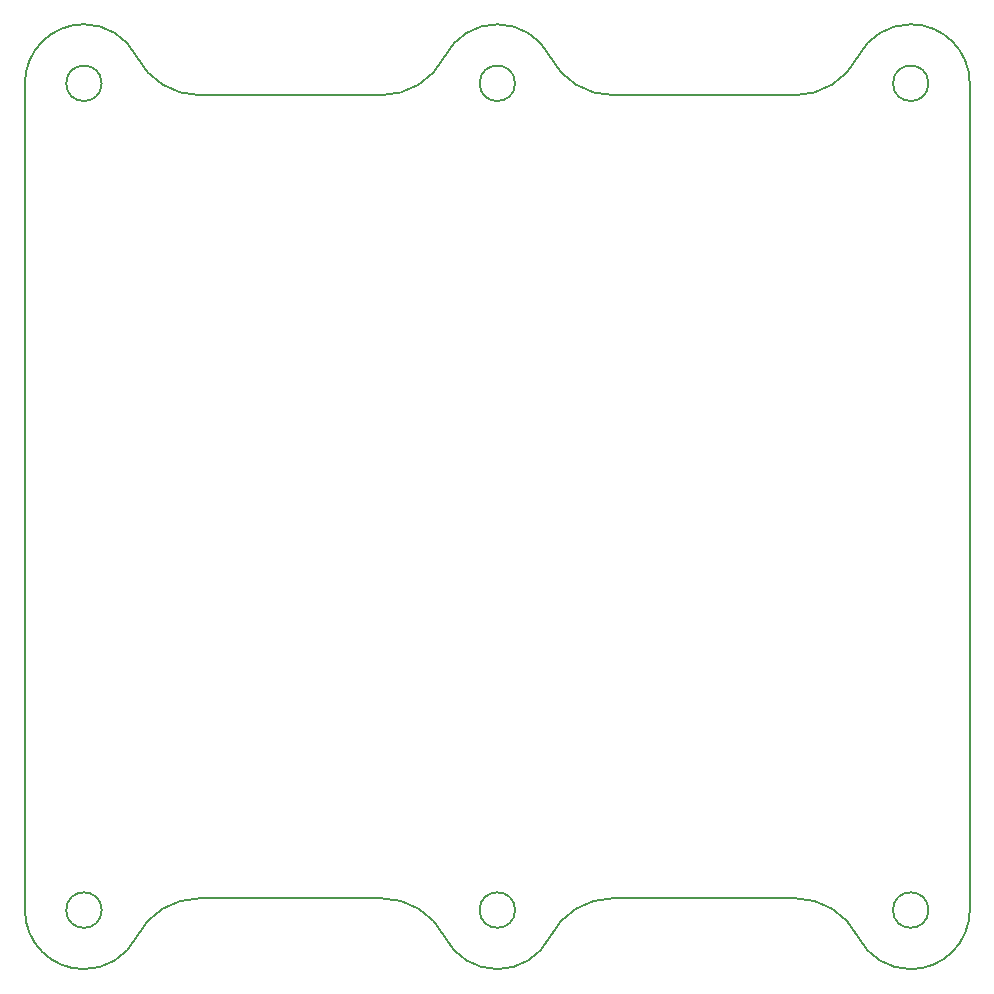
<source format=gm1>
%TF.GenerationSoftware,KiCad,Pcbnew,9.0.0-9.0.0-2~ubuntu24.04.1*%
%TF.CreationDate,2025-03-07T10:49:14+01:00*%
%TF.ProjectId,BackPlane,4261636b-506c-4616-9e65-2e6b69636164,rev?*%
%TF.SameCoordinates,Original*%
%TF.FileFunction,Profile,NP*%
%FSLAX46Y46*%
G04 Gerber Fmt 4.6, Leading zero omitted, Abs format (unit mm)*
G04 Created by KiCad (PCBNEW 9.0.0-9.0.0-2~ubuntu24.04.1) date 2025-03-07 10:49:14*
%MOMM*%
%LPD*%
G01*
G04 APERTURE LIST*
%TA.AperFunction,Profile*%
%ADD10C,0.200000*%
%TD*%
G04 APERTURE END LIST*
D10*
X100565000Y-34870000D02*
G75*
G02*
X97565000Y-34870000I-1500000J0D01*
G01*
X97565000Y-34870000D02*
G75*
G02*
X100565000Y-34870000I1500000J0D01*
G01*
X59065000Y-34870000D02*
G75*
G02*
X64065000Y-29870000I5000000J0D01*
G01*
X103518618Y-107142727D02*
G75*
G02*
X99065000Y-109870000I-4453618J2272727D01*
G01*
X124267042Y-103870000D02*
G75*
G02*
X129611350Y-107142744I-42J-6000000D01*
G01*
X139065000Y-34870000D02*
X139065000Y-104870000D01*
X64065000Y-109870000D02*
G75*
G02*
X59065000Y-104870001I0J5000000D01*
G01*
X129611382Y-32597273D02*
G75*
G02*
X134065000Y-29870000I4453618J-2272727D01*
G01*
X134065000Y-109870000D02*
G75*
G02*
X129611382Y-107142727I0J5000000D01*
G01*
X89246216Y-35870000D02*
X73863030Y-35870000D01*
X135565000Y-104870000D02*
G75*
G02*
X132565000Y-104870000I-1500000J0D01*
G01*
X132565000Y-104870000D02*
G75*
G02*
X135565000Y-104870000I1500000J0D01*
G01*
X64065000Y-29870000D02*
G75*
G02*
X68518618Y-32597273I0J-5000000D01*
G01*
X108863030Y-35870000D02*
G75*
G02*
X103518602Y-32597281I-30J6000100D01*
G01*
X65565000Y-104870000D02*
G75*
G02*
X62565000Y-104870000I-1500000J0D01*
G01*
X62565000Y-104870000D02*
G75*
G02*
X65565000Y-104870000I1500000J0D01*
G01*
X89267041Y-103870000D02*
X73862958Y-103870000D01*
X99065000Y-109870000D02*
G75*
G02*
X94611382Y-107142727I0J5000000D01*
G01*
X135565000Y-34870000D02*
G75*
G02*
X132565000Y-34870000I-1500000J0D01*
G01*
X132565000Y-34870000D02*
G75*
G02*
X135565000Y-34870000I1500000J0D01*
G01*
X108863030Y-35870000D02*
X124287493Y-35870000D01*
X94611382Y-32597273D02*
G75*
G02*
X99065000Y-29870000I4453618J-2272727D01*
G01*
X129611382Y-32597273D02*
G75*
G02*
X124287493Y-35869947I-5344382J2727373D01*
G01*
X103518618Y-107142727D02*
G75*
G02*
X108862960Y-103869964I5344382J-2727273D01*
G01*
X134065000Y-29870000D02*
G75*
G02*
X139065000Y-34870000I0J-5000000D01*
G01*
X108862960Y-103870000D02*
X124267042Y-103870000D01*
X68518618Y-107142727D02*
G75*
G02*
X73862958Y-103869964I5344382J-2727273D01*
G01*
X65565000Y-34870000D02*
G75*
G02*
X62565000Y-34870000I-1500000J0D01*
G01*
X62565000Y-34870000D02*
G75*
G02*
X65565000Y-34870000I1500000J0D01*
G01*
X73863030Y-35870000D02*
G75*
G02*
X68518602Y-32597281I-30J6000100D01*
G01*
X94611382Y-32597273D02*
G75*
G02*
X89246216Y-35869946I-5344382J2727373D01*
G01*
X89267041Y-103870000D02*
G75*
G02*
X94611350Y-107142744I-41J-6000000D01*
G01*
X100565000Y-104870000D02*
G75*
G02*
X97565000Y-104870000I-1500000J0D01*
G01*
X97565000Y-104870000D02*
G75*
G02*
X100565000Y-104870000I1500000J0D01*
G01*
X59065000Y-34870000D02*
X59065000Y-104870001D01*
X68518618Y-107142727D02*
G75*
G02*
X64065000Y-109870000I-4453618J2272727D01*
G01*
X99065000Y-29870000D02*
G75*
G02*
X103518618Y-32597273I0J-5000000D01*
G01*
X139065000Y-104870000D02*
G75*
G02*
X134065000Y-109870000I-5000000J0D01*
G01*
M02*

</source>
